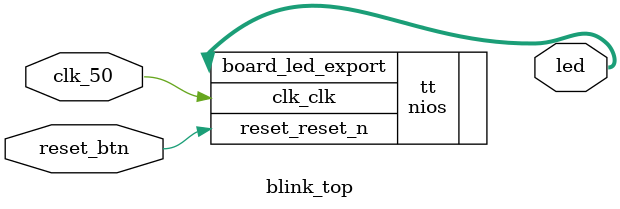
<source format=v>
module blink_top (
	input clk_50,
	input reset_btn,
	output [3:0] led
	);
	
	
	nios tt (
		.board_led_export(led),  			//  board_led.export
		.clk_clk(clk_50),           		// clk.clk
		.reset_reset_n(reset_btn)      	// reset.reset_n
	);

endmodule
		
</source>
